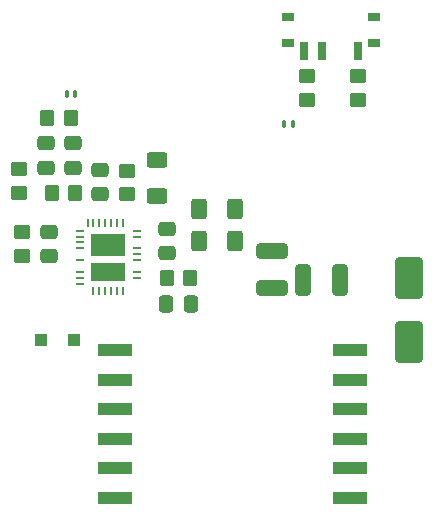
<source format=gbr>
%TF.GenerationSoftware,KiCad,Pcbnew,8.0.3-8.0.3-0~ubuntu22.04.1*%
%TF.CreationDate,2024-06-24T08:31:55-07:00*%
%TF.ProjectId,converter,636f6e76-6572-4746-9572-2e6b69636164,0.1*%
%TF.SameCoordinates,Original*%
%TF.FileFunction,Paste,Top*%
%TF.FilePolarity,Positive*%
%FSLAX46Y46*%
G04 Gerber Fmt 4.6, Leading zero omitted, Abs format (unit mm)*
G04 Created by KiCad (PCBNEW 8.0.3-8.0.3-0~ubuntu22.04.1) date 2024-06-24 08:31:55*
%MOMM*%
%LPD*%
G01*
G04 APERTURE LIST*
G04 Aperture macros list*
%AMRoundRect*
0 Rectangle with rounded corners*
0 $1 Rounding radius*
0 $2 $3 $4 $5 $6 $7 $8 $9 X,Y pos of 4 corners*
0 Add a 4 corners polygon primitive as box body*
4,1,4,$2,$3,$4,$5,$6,$7,$8,$9,$2,$3,0*
0 Add four circle primitives for the rounded corners*
1,1,$1+$1,$2,$3*
1,1,$1+$1,$4,$5*
1,1,$1+$1,$6,$7*
1,1,$1+$1,$8,$9*
0 Add four rect primitives between the rounded corners*
20,1,$1+$1,$2,$3,$4,$5,0*
20,1,$1+$1,$4,$5,$6,$7,0*
20,1,$1+$1,$6,$7,$8,$9,0*
20,1,$1+$1,$8,$9,$2,$3,0*%
G04 Aperture macros list end*
%ADD10RoundRect,0.250000X-0.400000X-0.625000X0.400000X-0.625000X0.400000X0.625000X-0.400000X0.625000X0*%
%ADD11RoundRect,0.250000X-0.625000X0.400000X-0.625000X-0.400000X0.625000X-0.400000X0.625000X0.400000X0*%
%ADD12RoundRect,0.250000X-0.475000X0.337500X-0.475000X-0.337500X0.475000X-0.337500X0.475000X0.337500X0*%
%ADD13R,0.700000X0.250000*%
%ADD14R,0.250000X0.700000*%
%ADD15R,3.000000X1.880000*%
%ADD16R,3.000000X1.530000*%
%ADD17RoundRect,0.250000X0.475000X-0.337500X0.475000X0.337500X-0.475000X0.337500X-0.475000X-0.337500X0*%
%ADD18RoundRect,0.250000X0.350000X0.450000X-0.350000X0.450000X-0.350000X-0.450000X0.350000X-0.450000X0*%
%ADD19RoundRect,0.050000X0.100000X0.250000X-0.100000X0.250000X-0.100000X-0.250000X0.100000X-0.250000X0*%
%ADD20RoundRect,0.250000X-0.900000X1.500000X-0.900000X-1.500000X0.900000X-1.500000X0.900000X1.500000X0*%
%ADD21RoundRect,0.250000X-0.300000X-0.300000X0.300000X-0.300000X0.300000X0.300000X-0.300000X0.300000X0*%
%ADD22RoundRect,0.250000X-0.450000X0.350000X-0.450000X-0.350000X0.450000X-0.350000X0.450000X0.350000X0*%
%ADD23RoundRect,0.050000X-0.100000X-0.250000X0.100000X-0.250000X0.100000X0.250000X-0.100000X0.250000X0*%
%ADD24RoundRect,0.250000X0.337500X0.475000X-0.337500X0.475000X-0.337500X-0.475000X0.337500X-0.475000X0*%
%ADD25RoundRect,0.250000X0.450000X-0.350000X0.450000X0.350000X-0.450000X0.350000X-0.450000X-0.350000X0*%
%ADD26R,2.950000X1.000000*%
%ADD27R,1.000000X0.800000*%
%ADD28R,0.700000X1.500000*%
%ADD29RoundRect,0.250000X0.400000X1.075000X-0.400000X1.075000X-0.400000X-1.075000X0.400000X-1.075000X0*%
%ADD30RoundRect,0.250000X-0.350000X-0.450000X0.350000X-0.450000X0.350000X0.450000X-0.350000X0.450000X0*%
%ADD31RoundRect,0.250000X1.075000X-0.400000X1.075000X0.400000X-1.075000X0.400000X-1.075000X-0.400000X0*%
G04 APERTURE END LIST*
D10*
%TO.C,C1*%
X99337000Y-66802000D03*
X102437000Y-66802000D03*
%TD*%
D11*
%TO.C,R8*%
X95758000Y-59918000D03*
X95758000Y-63018000D03*
%TD*%
D12*
%TO.C,C5*%
X86360000Y-58525500D03*
X86360000Y-60600500D03*
%TD*%
D13*
%TO.C,U1*%
X89266000Y-65928000D03*
X89266000Y-66428000D03*
X89266000Y-66928000D03*
X89266000Y-67428000D03*
X89266000Y-68428000D03*
X89266000Y-69428000D03*
X89266000Y-69928000D03*
X89266000Y-70428000D03*
D14*
X90416000Y-71078000D03*
X90916000Y-71078000D03*
X91416000Y-71078000D03*
X91916000Y-71078000D03*
X92416000Y-71078000D03*
X92916000Y-71078000D03*
D13*
X94066000Y-69928000D03*
X94066000Y-69428000D03*
X94066000Y-68428000D03*
X94066000Y-67928000D03*
X94066000Y-67428000D03*
X94066000Y-66428000D03*
X94066000Y-65928000D03*
D14*
X92916000Y-65278000D03*
X92416000Y-65278000D03*
X91916000Y-65278000D03*
X91416000Y-65278000D03*
X90916000Y-65278000D03*
X90416000Y-65278000D03*
X89916000Y-65278000D03*
D15*
X91666000Y-67118000D03*
D16*
X91666000Y-69423000D03*
%TD*%
D17*
%TO.C,C3*%
X90932000Y-62865000D03*
X90932000Y-60790000D03*
%TD*%
D18*
%TO.C,R4*%
X88884000Y-62716500D03*
X86884000Y-62716500D03*
%TD*%
D19*
%TO.C,D2*%
X88869000Y-54356000D03*
X88169000Y-54356000D03*
%TD*%
D20*
%TO.C,D4*%
X117094000Y-69944000D03*
X117094000Y-75344000D03*
%TD*%
D12*
%TO.C,C7*%
X96672400Y-65764500D03*
X96672400Y-67839500D03*
%TD*%
D21*
%TO.C,D3*%
X85976000Y-75184000D03*
X88776000Y-75184000D03*
%TD*%
D22*
%TO.C,R2*%
X112814000Y-52864000D03*
X112814000Y-54864000D03*
%TD*%
D23*
%TO.C,D1*%
X106584000Y-56896000D03*
X107284000Y-56896000D03*
%TD*%
D18*
%TO.C,R6*%
X88503000Y-56388000D03*
X86503000Y-56388000D03*
%TD*%
D12*
%TO.C,C8*%
X86692000Y-66040000D03*
X86692000Y-68115000D03*
%TD*%
D24*
%TO.C,C6*%
X98651500Y-72136000D03*
X96576500Y-72136000D03*
%TD*%
D25*
%TO.C,R9*%
X93218000Y-62849000D03*
X93218000Y-60849000D03*
%TD*%
D22*
%TO.C,R1*%
X108458000Y-52873400D03*
X108458000Y-54873400D03*
%TD*%
D25*
%TO.C,R7*%
X84328000Y-68077500D03*
X84328000Y-66077500D03*
%TD*%
D26*
%TO.C,TR1*%
X92219000Y-76046000D03*
X92219000Y-78546000D03*
X92219000Y-81046000D03*
X92219000Y-83546000D03*
X92219000Y-86046000D03*
X92219000Y-88546000D03*
X112169000Y-88546000D03*
X112169000Y-86046000D03*
X112169000Y-83546000D03*
X112169000Y-81046000D03*
X112169000Y-78546000D03*
X112169000Y-76046000D03*
%TD*%
D27*
%TO.C,SW1*%
X114176000Y-50056000D03*
X114176000Y-47846000D03*
X106876000Y-50056000D03*
X106876000Y-47846000D03*
D28*
X112776000Y-50706000D03*
X109776000Y-50706000D03*
X108276000Y-50706000D03*
%TD*%
D10*
%TO.C,C2*%
X99337000Y-64135000D03*
X102437000Y-64135000D03*
%TD*%
D12*
%TO.C,C4*%
X88646000Y-58525500D03*
X88646000Y-60600500D03*
%TD*%
D29*
%TO.C,C9*%
X111278000Y-70104000D03*
X108178000Y-70104000D03*
%TD*%
D30*
%TO.C,R5*%
X96614000Y-69977000D03*
X98614000Y-69977000D03*
%TD*%
D31*
%TO.C,C10*%
X105537000Y-70765000D03*
X105537000Y-67665000D03*
%TD*%
D22*
%TO.C,R3*%
X84074000Y-60700500D03*
X84074000Y-62700500D03*
%TD*%
M02*

</source>
